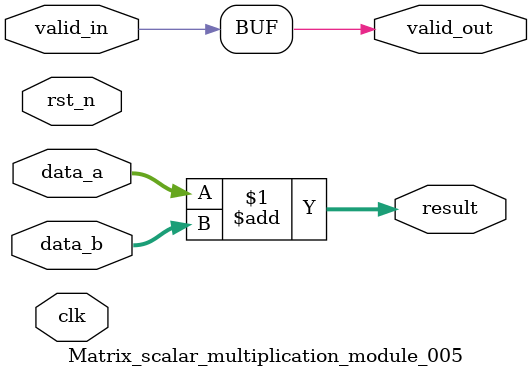
<source format=v>

module Matrix_scalar_multiplication_module_005 (
    input clk,
    input rst_n,
    input valid_in,
    output valid_out,
    // Add specific ports based on operator type
    input [31:0] data_a,
    input [31:0] data_b,
    output [31:0] result
);

    // Module implementation would go here
    // This is a template - actual implementation depends on the operator
    
        // Matrix multiplication placeholder
    // Actual implementation would require systolic array or similar
    assign result = data_a + data_b; // Simplified
    assign valid_out = valid_in;

endmodule

</source>
